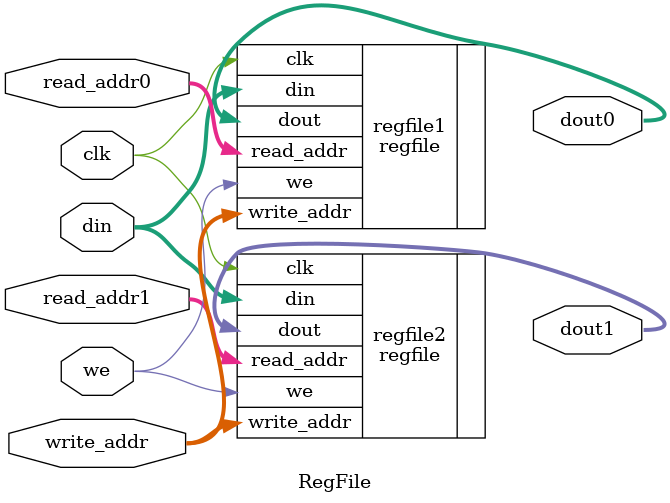
<source format=sv>
module RegFile(
	input clk,
	input we,
	input [4:0] read_addr0,
	input [4:0] read_addr1,
	input [4:0] write_addr,
	input [31:0] din,
	output [31:0] dout0,
	output [31:0] dout1
);

	regfile regfile1(
		.clk(clk),
		.we(we),
		.read_addr(read_addr0),
		.write_addr(write_addr),
		.din(din),
		.dout(dout0)
	);

	regfile regfile2(
		.clk(clk),
		.we(we),
		.read_addr(read_addr1),
		.write_addr(write_addr),
		.din(din),
		.dout(dout1)
	);

endmodule

</source>
